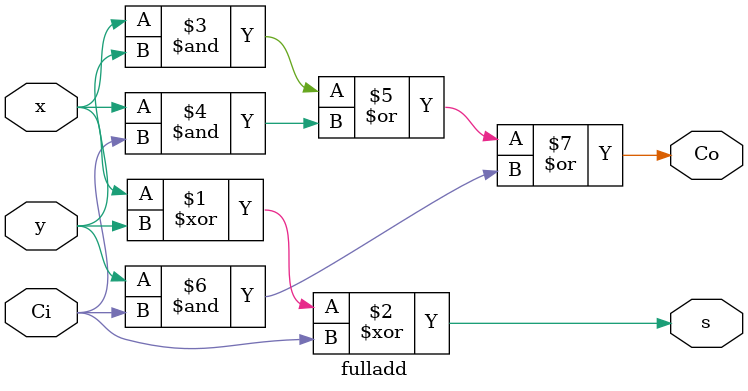
<source format=v>
module bcd(Cin,X1,Y1,S1,Cout);
input Cin;
input [3:0] X1,Y1;
output [3:0] S1;
output Cout;
wire [3:0] h,Stemp;
adder4 stage0 (Cin,X1,Y1,Stemp,Cout);
assign k = Cout | Stemp[1]&Stemp[3] | Stemp[2]&Stemp[3];
assign h[0]=0, h[1]=k, h[2]=k, h[3]=0;
adder4 s1 (Cin,Stemp,h,S1,Co);
endmodule

module adder4(cin,X,Y,S,cout);
input cin;
input [3:0] X,Y;
output [3:0] S;
output cout;
fulladd stage0 (cin,X[0],Y[0],S[0], c1);
fulladd stage1 (c1, X[1],Y[1],S[1],c2);
fulladd stage2 (c2, X[2],Y[2],S[2], c3);
fulladd stage3 (c3, X[3],Y[3],S[3], cout);
endmodule

module fulladd (Ci, x, y, s, Co);
input Ci, x, y;
output s, Co;
assign s = x ^ y ^ Ci;
assign Co = (x & y) | (x & Ci) | (y & Ci);
endmodule

</source>
